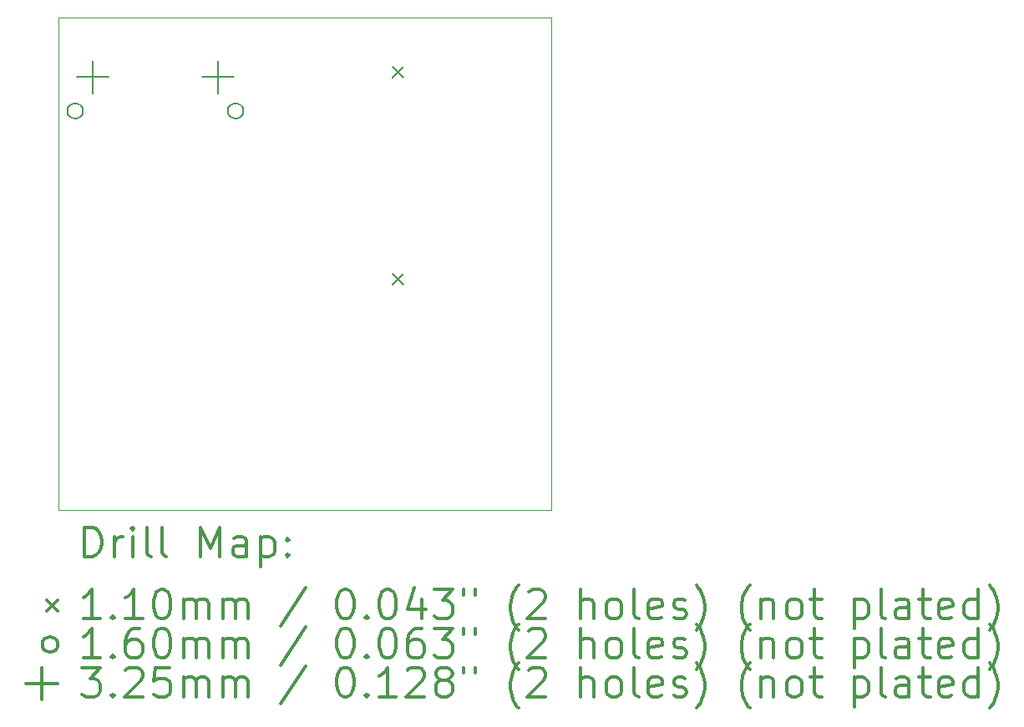
<source format=gbr>
%FSLAX45Y45*%
G04 Gerber Fmt 4.5, Leading zero omitted, Abs format (unit mm)*
G04 Created by KiCad (PCBNEW 4.0.2-stable) date 01/06/2016 17:54:03*
%MOMM*%
G01*
G04 APERTURE LIST*
%ADD10C,0.127000*%
%ADD11C,0.100000*%
%ADD12C,0.200000*%
%ADD13C,0.300000*%
G04 APERTURE END LIST*
D10*
D11*
X5000000Y-13500000D02*
X5000000Y-8500000D01*
X10000000Y-13500000D02*
X5000000Y-13500000D01*
X10000000Y-8500000D02*
X10000000Y-13500000D01*
X5000000Y-8500000D02*
X10000000Y-8500000D01*
D12*
X8390000Y-9000000D02*
X8500000Y-9110000D01*
X8500000Y-9000000D02*
X8390000Y-9110000D01*
X8390000Y-11100000D02*
X8500000Y-11210000D01*
X8500000Y-11100000D02*
X8390000Y-11210000D01*
X5250000Y-9449000D02*
G75*
G03X5250000Y-9449000I-80000J0D01*
G01*
X6876000Y-9449000D02*
G75*
G03X6876000Y-9449000I-80000J0D01*
G01*
X5348000Y-8943500D02*
X5348000Y-9268500D01*
X5185500Y-9106000D02*
X5510500Y-9106000D01*
X6618000Y-8943500D02*
X6618000Y-9268500D01*
X6455500Y-9106000D02*
X6780500Y-9106000D01*
D13*
X5266429Y-13970714D02*
X5266429Y-13670714D01*
X5337857Y-13670714D01*
X5380714Y-13685000D01*
X5409286Y-13713571D01*
X5423571Y-13742143D01*
X5437857Y-13799286D01*
X5437857Y-13842143D01*
X5423571Y-13899286D01*
X5409286Y-13927857D01*
X5380714Y-13956429D01*
X5337857Y-13970714D01*
X5266429Y-13970714D01*
X5566429Y-13970714D02*
X5566429Y-13770714D01*
X5566429Y-13827857D02*
X5580714Y-13799286D01*
X5595000Y-13785000D01*
X5623571Y-13770714D01*
X5652143Y-13770714D01*
X5752143Y-13970714D02*
X5752143Y-13770714D01*
X5752143Y-13670714D02*
X5737857Y-13685000D01*
X5752143Y-13699286D01*
X5766428Y-13685000D01*
X5752143Y-13670714D01*
X5752143Y-13699286D01*
X5937857Y-13970714D02*
X5909286Y-13956429D01*
X5895000Y-13927857D01*
X5895000Y-13670714D01*
X6095000Y-13970714D02*
X6066428Y-13956429D01*
X6052143Y-13927857D01*
X6052143Y-13670714D01*
X6437857Y-13970714D02*
X6437857Y-13670714D01*
X6537857Y-13885000D01*
X6637857Y-13670714D01*
X6637857Y-13970714D01*
X6909286Y-13970714D02*
X6909286Y-13813571D01*
X6895000Y-13785000D01*
X6866428Y-13770714D01*
X6809286Y-13770714D01*
X6780714Y-13785000D01*
X6909286Y-13956429D02*
X6880714Y-13970714D01*
X6809286Y-13970714D01*
X6780714Y-13956429D01*
X6766428Y-13927857D01*
X6766428Y-13899286D01*
X6780714Y-13870714D01*
X6809286Y-13856429D01*
X6880714Y-13856429D01*
X6909286Y-13842143D01*
X7052143Y-13770714D02*
X7052143Y-14070714D01*
X7052143Y-13785000D02*
X7080714Y-13770714D01*
X7137857Y-13770714D01*
X7166428Y-13785000D01*
X7180714Y-13799286D01*
X7195000Y-13827857D01*
X7195000Y-13913571D01*
X7180714Y-13942143D01*
X7166428Y-13956429D01*
X7137857Y-13970714D01*
X7080714Y-13970714D01*
X7052143Y-13956429D01*
X7323571Y-13942143D02*
X7337857Y-13956429D01*
X7323571Y-13970714D01*
X7309286Y-13956429D01*
X7323571Y-13942143D01*
X7323571Y-13970714D01*
X7323571Y-13785000D02*
X7337857Y-13799286D01*
X7323571Y-13813571D01*
X7309286Y-13799286D01*
X7323571Y-13785000D01*
X7323571Y-13813571D01*
X4885000Y-14410000D02*
X4995000Y-14520000D01*
X4995000Y-14410000D02*
X4885000Y-14520000D01*
X5423571Y-14600714D02*
X5252143Y-14600714D01*
X5337857Y-14600714D02*
X5337857Y-14300714D01*
X5309286Y-14343571D01*
X5280714Y-14372143D01*
X5252143Y-14386429D01*
X5552143Y-14572143D02*
X5566429Y-14586429D01*
X5552143Y-14600714D01*
X5537857Y-14586429D01*
X5552143Y-14572143D01*
X5552143Y-14600714D01*
X5852143Y-14600714D02*
X5680714Y-14600714D01*
X5766428Y-14600714D02*
X5766428Y-14300714D01*
X5737857Y-14343571D01*
X5709286Y-14372143D01*
X5680714Y-14386429D01*
X6037857Y-14300714D02*
X6066428Y-14300714D01*
X6095000Y-14315000D01*
X6109286Y-14329286D01*
X6123571Y-14357857D01*
X6137857Y-14415000D01*
X6137857Y-14486429D01*
X6123571Y-14543571D01*
X6109286Y-14572143D01*
X6095000Y-14586429D01*
X6066428Y-14600714D01*
X6037857Y-14600714D01*
X6009286Y-14586429D01*
X5995000Y-14572143D01*
X5980714Y-14543571D01*
X5966428Y-14486429D01*
X5966428Y-14415000D01*
X5980714Y-14357857D01*
X5995000Y-14329286D01*
X6009286Y-14315000D01*
X6037857Y-14300714D01*
X6266428Y-14600714D02*
X6266428Y-14400714D01*
X6266428Y-14429286D02*
X6280714Y-14415000D01*
X6309286Y-14400714D01*
X6352143Y-14400714D01*
X6380714Y-14415000D01*
X6395000Y-14443571D01*
X6395000Y-14600714D01*
X6395000Y-14443571D02*
X6409286Y-14415000D01*
X6437857Y-14400714D01*
X6480714Y-14400714D01*
X6509286Y-14415000D01*
X6523571Y-14443571D01*
X6523571Y-14600714D01*
X6666428Y-14600714D02*
X6666428Y-14400714D01*
X6666428Y-14429286D02*
X6680714Y-14415000D01*
X6709286Y-14400714D01*
X6752143Y-14400714D01*
X6780714Y-14415000D01*
X6795000Y-14443571D01*
X6795000Y-14600714D01*
X6795000Y-14443571D02*
X6809286Y-14415000D01*
X6837857Y-14400714D01*
X6880714Y-14400714D01*
X6909286Y-14415000D01*
X6923571Y-14443571D01*
X6923571Y-14600714D01*
X7509286Y-14286429D02*
X7252143Y-14672143D01*
X7895000Y-14300714D02*
X7923571Y-14300714D01*
X7952143Y-14315000D01*
X7966428Y-14329286D01*
X7980714Y-14357857D01*
X7995000Y-14415000D01*
X7995000Y-14486429D01*
X7980714Y-14543571D01*
X7966428Y-14572143D01*
X7952143Y-14586429D01*
X7923571Y-14600714D01*
X7895000Y-14600714D01*
X7866428Y-14586429D01*
X7852143Y-14572143D01*
X7837857Y-14543571D01*
X7823571Y-14486429D01*
X7823571Y-14415000D01*
X7837857Y-14357857D01*
X7852143Y-14329286D01*
X7866428Y-14315000D01*
X7895000Y-14300714D01*
X8123571Y-14572143D02*
X8137857Y-14586429D01*
X8123571Y-14600714D01*
X8109286Y-14586429D01*
X8123571Y-14572143D01*
X8123571Y-14600714D01*
X8323571Y-14300714D02*
X8352143Y-14300714D01*
X8380714Y-14315000D01*
X8395000Y-14329286D01*
X8409286Y-14357857D01*
X8423571Y-14415000D01*
X8423571Y-14486429D01*
X8409286Y-14543571D01*
X8395000Y-14572143D01*
X8380714Y-14586429D01*
X8352143Y-14600714D01*
X8323571Y-14600714D01*
X8295000Y-14586429D01*
X8280714Y-14572143D01*
X8266428Y-14543571D01*
X8252143Y-14486429D01*
X8252143Y-14415000D01*
X8266428Y-14357857D01*
X8280714Y-14329286D01*
X8295000Y-14315000D01*
X8323571Y-14300714D01*
X8680714Y-14400714D02*
X8680714Y-14600714D01*
X8609286Y-14286429D02*
X8537857Y-14500714D01*
X8723571Y-14500714D01*
X8809286Y-14300714D02*
X8995000Y-14300714D01*
X8895000Y-14415000D01*
X8937857Y-14415000D01*
X8966428Y-14429286D01*
X8980714Y-14443571D01*
X8995000Y-14472143D01*
X8995000Y-14543571D01*
X8980714Y-14572143D01*
X8966428Y-14586429D01*
X8937857Y-14600714D01*
X8852143Y-14600714D01*
X8823571Y-14586429D01*
X8809286Y-14572143D01*
X9109286Y-14300714D02*
X9109286Y-14357857D01*
X9223571Y-14300714D02*
X9223571Y-14357857D01*
X9666428Y-14715000D02*
X9652143Y-14700714D01*
X9623571Y-14657857D01*
X9609286Y-14629286D01*
X9595000Y-14586429D01*
X9580714Y-14515000D01*
X9580714Y-14457857D01*
X9595000Y-14386429D01*
X9609286Y-14343571D01*
X9623571Y-14315000D01*
X9652143Y-14272143D01*
X9666428Y-14257857D01*
X9766428Y-14329286D02*
X9780714Y-14315000D01*
X9809286Y-14300714D01*
X9880714Y-14300714D01*
X9909286Y-14315000D01*
X9923571Y-14329286D01*
X9937857Y-14357857D01*
X9937857Y-14386429D01*
X9923571Y-14429286D01*
X9752143Y-14600714D01*
X9937857Y-14600714D01*
X10295000Y-14600714D02*
X10295000Y-14300714D01*
X10423571Y-14600714D02*
X10423571Y-14443571D01*
X10409286Y-14415000D01*
X10380714Y-14400714D01*
X10337857Y-14400714D01*
X10309286Y-14415000D01*
X10295000Y-14429286D01*
X10609286Y-14600714D02*
X10580714Y-14586429D01*
X10566428Y-14572143D01*
X10552143Y-14543571D01*
X10552143Y-14457857D01*
X10566428Y-14429286D01*
X10580714Y-14415000D01*
X10609286Y-14400714D01*
X10652143Y-14400714D01*
X10680714Y-14415000D01*
X10695000Y-14429286D01*
X10709286Y-14457857D01*
X10709286Y-14543571D01*
X10695000Y-14572143D01*
X10680714Y-14586429D01*
X10652143Y-14600714D01*
X10609286Y-14600714D01*
X10880714Y-14600714D02*
X10852143Y-14586429D01*
X10837857Y-14557857D01*
X10837857Y-14300714D01*
X11109286Y-14586429D02*
X11080714Y-14600714D01*
X11023571Y-14600714D01*
X10995000Y-14586429D01*
X10980714Y-14557857D01*
X10980714Y-14443571D01*
X10995000Y-14415000D01*
X11023571Y-14400714D01*
X11080714Y-14400714D01*
X11109286Y-14415000D01*
X11123571Y-14443571D01*
X11123571Y-14472143D01*
X10980714Y-14500714D01*
X11237857Y-14586429D02*
X11266428Y-14600714D01*
X11323571Y-14600714D01*
X11352143Y-14586429D01*
X11366428Y-14557857D01*
X11366428Y-14543571D01*
X11352143Y-14515000D01*
X11323571Y-14500714D01*
X11280714Y-14500714D01*
X11252143Y-14486429D01*
X11237857Y-14457857D01*
X11237857Y-14443571D01*
X11252143Y-14415000D01*
X11280714Y-14400714D01*
X11323571Y-14400714D01*
X11352143Y-14415000D01*
X11466428Y-14715000D02*
X11480714Y-14700714D01*
X11509286Y-14657857D01*
X11523571Y-14629286D01*
X11537857Y-14586429D01*
X11552143Y-14515000D01*
X11552143Y-14457857D01*
X11537857Y-14386429D01*
X11523571Y-14343571D01*
X11509286Y-14315000D01*
X11480714Y-14272143D01*
X11466428Y-14257857D01*
X12009286Y-14715000D02*
X11995000Y-14700714D01*
X11966428Y-14657857D01*
X11952143Y-14629286D01*
X11937857Y-14586429D01*
X11923571Y-14515000D01*
X11923571Y-14457857D01*
X11937857Y-14386429D01*
X11952143Y-14343571D01*
X11966428Y-14315000D01*
X11995000Y-14272143D01*
X12009286Y-14257857D01*
X12123571Y-14400714D02*
X12123571Y-14600714D01*
X12123571Y-14429286D02*
X12137857Y-14415000D01*
X12166428Y-14400714D01*
X12209286Y-14400714D01*
X12237857Y-14415000D01*
X12252143Y-14443571D01*
X12252143Y-14600714D01*
X12437857Y-14600714D02*
X12409286Y-14586429D01*
X12395000Y-14572143D01*
X12380714Y-14543571D01*
X12380714Y-14457857D01*
X12395000Y-14429286D01*
X12409286Y-14415000D01*
X12437857Y-14400714D01*
X12480714Y-14400714D01*
X12509286Y-14415000D01*
X12523571Y-14429286D01*
X12537857Y-14457857D01*
X12537857Y-14543571D01*
X12523571Y-14572143D01*
X12509286Y-14586429D01*
X12480714Y-14600714D01*
X12437857Y-14600714D01*
X12623571Y-14400714D02*
X12737857Y-14400714D01*
X12666428Y-14300714D02*
X12666428Y-14557857D01*
X12680714Y-14586429D01*
X12709286Y-14600714D01*
X12737857Y-14600714D01*
X13066428Y-14400714D02*
X13066428Y-14700714D01*
X13066428Y-14415000D02*
X13095000Y-14400714D01*
X13152143Y-14400714D01*
X13180714Y-14415000D01*
X13195000Y-14429286D01*
X13209286Y-14457857D01*
X13209286Y-14543571D01*
X13195000Y-14572143D01*
X13180714Y-14586429D01*
X13152143Y-14600714D01*
X13095000Y-14600714D01*
X13066428Y-14586429D01*
X13380714Y-14600714D02*
X13352143Y-14586429D01*
X13337857Y-14557857D01*
X13337857Y-14300714D01*
X13623571Y-14600714D02*
X13623571Y-14443571D01*
X13609286Y-14415000D01*
X13580714Y-14400714D01*
X13523571Y-14400714D01*
X13495000Y-14415000D01*
X13623571Y-14586429D02*
X13595000Y-14600714D01*
X13523571Y-14600714D01*
X13495000Y-14586429D01*
X13480714Y-14557857D01*
X13480714Y-14529286D01*
X13495000Y-14500714D01*
X13523571Y-14486429D01*
X13595000Y-14486429D01*
X13623571Y-14472143D01*
X13723571Y-14400714D02*
X13837857Y-14400714D01*
X13766429Y-14300714D02*
X13766429Y-14557857D01*
X13780714Y-14586429D01*
X13809286Y-14600714D01*
X13837857Y-14600714D01*
X14052143Y-14586429D02*
X14023571Y-14600714D01*
X13966429Y-14600714D01*
X13937857Y-14586429D01*
X13923571Y-14557857D01*
X13923571Y-14443571D01*
X13937857Y-14415000D01*
X13966429Y-14400714D01*
X14023571Y-14400714D01*
X14052143Y-14415000D01*
X14066429Y-14443571D01*
X14066429Y-14472143D01*
X13923571Y-14500714D01*
X14323571Y-14600714D02*
X14323571Y-14300714D01*
X14323571Y-14586429D02*
X14295000Y-14600714D01*
X14237857Y-14600714D01*
X14209286Y-14586429D01*
X14195000Y-14572143D01*
X14180714Y-14543571D01*
X14180714Y-14457857D01*
X14195000Y-14429286D01*
X14209286Y-14415000D01*
X14237857Y-14400714D01*
X14295000Y-14400714D01*
X14323571Y-14415000D01*
X14437857Y-14715000D02*
X14452143Y-14700714D01*
X14480714Y-14657857D01*
X14495000Y-14629286D01*
X14509286Y-14586429D01*
X14523571Y-14515000D01*
X14523571Y-14457857D01*
X14509286Y-14386429D01*
X14495000Y-14343571D01*
X14480714Y-14315000D01*
X14452143Y-14272143D01*
X14437857Y-14257857D01*
X4995000Y-14861000D02*
G75*
G03X4995000Y-14861000I-80000J0D01*
G01*
X5423571Y-14996714D02*
X5252143Y-14996714D01*
X5337857Y-14996714D02*
X5337857Y-14696714D01*
X5309286Y-14739571D01*
X5280714Y-14768143D01*
X5252143Y-14782429D01*
X5552143Y-14968143D02*
X5566429Y-14982429D01*
X5552143Y-14996714D01*
X5537857Y-14982429D01*
X5552143Y-14968143D01*
X5552143Y-14996714D01*
X5823571Y-14696714D02*
X5766428Y-14696714D01*
X5737857Y-14711000D01*
X5723571Y-14725286D01*
X5695000Y-14768143D01*
X5680714Y-14825286D01*
X5680714Y-14939571D01*
X5695000Y-14968143D01*
X5709286Y-14982429D01*
X5737857Y-14996714D01*
X5795000Y-14996714D01*
X5823571Y-14982429D01*
X5837857Y-14968143D01*
X5852143Y-14939571D01*
X5852143Y-14868143D01*
X5837857Y-14839571D01*
X5823571Y-14825286D01*
X5795000Y-14811000D01*
X5737857Y-14811000D01*
X5709286Y-14825286D01*
X5695000Y-14839571D01*
X5680714Y-14868143D01*
X6037857Y-14696714D02*
X6066428Y-14696714D01*
X6095000Y-14711000D01*
X6109286Y-14725286D01*
X6123571Y-14753857D01*
X6137857Y-14811000D01*
X6137857Y-14882429D01*
X6123571Y-14939571D01*
X6109286Y-14968143D01*
X6095000Y-14982429D01*
X6066428Y-14996714D01*
X6037857Y-14996714D01*
X6009286Y-14982429D01*
X5995000Y-14968143D01*
X5980714Y-14939571D01*
X5966428Y-14882429D01*
X5966428Y-14811000D01*
X5980714Y-14753857D01*
X5995000Y-14725286D01*
X6009286Y-14711000D01*
X6037857Y-14696714D01*
X6266428Y-14996714D02*
X6266428Y-14796714D01*
X6266428Y-14825286D02*
X6280714Y-14811000D01*
X6309286Y-14796714D01*
X6352143Y-14796714D01*
X6380714Y-14811000D01*
X6395000Y-14839571D01*
X6395000Y-14996714D01*
X6395000Y-14839571D02*
X6409286Y-14811000D01*
X6437857Y-14796714D01*
X6480714Y-14796714D01*
X6509286Y-14811000D01*
X6523571Y-14839571D01*
X6523571Y-14996714D01*
X6666428Y-14996714D02*
X6666428Y-14796714D01*
X6666428Y-14825286D02*
X6680714Y-14811000D01*
X6709286Y-14796714D01*
X6752143Y-14796714D01*
X6780714Y-14811000D01*
X6795000Y-14839571D01*
X6795000Y-14996714D01*
X6795000Y-14839571D02*
X6809286Y-14811000D01*
X6837857Y-14796714D01*
X6880714Y-14796714D01*
X6909286Y-14811000D01*
X6923571Y-14839571D01*
X6923571Y-14996714D01*
X7509286Y-14682429D02*
X7252143Y-15068143D01*
X7895000Y-14696714D02*
X7923571Y-14696714D01*
X7952143Y-14711000D01*
X7966428Y-14725286D01*
X7980714Y-14753857D01*
X7995000Y-14811000D01*
X7995000Y-14882429D01*
X7980714Y-14939571D01*
X7966428Y-14968143D01*
X7952143Y-14982429D01*
X7923571Y-14996714D01*
X7895000Y-14996714D01*
X7866428Y-14982429D01*
X7852143Y-14968143D01*
X7837857Y-14939571D01*
X7823571Y-14882429D01*
X7823571Y-14811000D01*
X7837857Y-14753857D01*
X7852143Y-14725286D01*
X7866428Y-14711000D01*
X7895000Y-14696714D01*
X8123571Y-14968143D02*
X8137857Y-14982429D01*
X8123571Y-14996714D01*
X8109286Y-14982429D01*
X8123571Y-14968143D01*
X8123571Y-14996714D01*
X8323571Y-14696714D02*
X8352143Y-14696714D01*
X8380714Y-14711000D01*
X8395000Y-14725286D01*
X8409286Y-14753857D01*
X8423571Y-14811000D01*
X8423571Y-14882429D01*
X8409286Y-14939571D01*
X8395000Y-14968143D01*
X8380714Y-14982429D01*
X8352143Y-14996714D01*
X8323571Y-14996714D01*
X8295000Y-14982429D01*
X8280714Y-14968143D01*
X8266428Y-14939571D01*
X8252143Y-14882429D01*
X8252143Y-14811000D01*
X8266428Y-14753857D01*
X8280714Y-14725286D01*
X8295000Y-14711000D01*
X8323571Y-14696714D01*
X8680714Y-14696714D02*
X8623571Y-14696714D01*
X8595000Y-14711000D01*
X8580714Y-14725286D01*
X8552143Y-14768143D01*
X8537857Y-14825286D01*
X8537857Y-14939571D01*
X8552143Y-14968143D01*
X8566428Y-14982429D01*
X8595000Y-14996714D01*
X8652143Y-14996714D01*
X8680714Y-14982429D01*
X8695000Y-14968143D01*
X8709286Y-14939571D01*
X8709286Y-14868143D01*
X8695000Y-14839571D01*
X8680714Y-14825286D01*
X8652143Y-14811000D01*
X8595000Y-14811000D01*
X8566428Y-14825286D01*
X8552143Y-14839571D01*
X8537857Y-14868143D01*
X8809286Y-14696714D02*
X8995000Y-14696714D01*
X8895000Y-14811000D01*
X8937857Y-14811000D01*
X8966428Y-14825286D01*
X8980714Y-14839571D01*
X8995000Y-14868143D01*
X8995000Y-14939571D01*
X8980714Y-14968143D01*
X8966428Y-14982429D01*
X8937857Y-14996714D01*
X8852143Y-14996714D01*
X8823571Y-14982429D01*
X8809286Y-14968143D01*
X9109286Y-14696714D02*
X9109286Y-14753857D01*
X9223571Y-14696714D02*
X9223571Y-14753857D01*
X9666428Y-15111000D02*
X9652143Y-15096714D01*
X9623571Y-15053857D01*
X9609286Y-15025286D01*
X9595000Y-14982429D01*
X9580714Y-14911000D01*
X9580714Y-14853857D01*
X9595000Y-14782429D01*
X9609286Y-14739571D01*
X9623571Y-14711000D01*
X9652143Y-14668143D01*
X9666428Y-14653857D01*
X9766428Y-14725286D02*
X9780714Y-14711000D01*
X9809286Y-14696714D01*
X9880714Y-14696714D01*
X9909286Y-14711000D01*
X9923571Y-14725286D01*
X9937857Y-14753857D01*
X9937857Y-14782429D01*
X9923571Y-14825286D01*
X9752143Y-14996714D01*
X9937857Y-14996714D01*
X10295000Y-14996714D02*
X10295000Y-14696714D01*
X10423571Y-14996714D02*
X10423571Y-14839571D01*
X10409286Y-14811000D01*
X10380714Y-14796714D01*
X10337857Y-14796714D01*
X10309286Y-14811000D01*
X10295000Y-14825286D01*
X10609286Y-14996714D02*
X10580714Y-14982429D01*
X10566428Y-14968143D01*
X10552143Y-14939571D01*
X10552143Y-14853857D01*
X10566428Y-14825286D01*
X10580714Y-14811000D01*
X10609286Y-14796714D01*
X10652143Y-14796714D01*
X10680714Y-14811000D01*
X10695000Y-14825286D01*
X10709286Y-14853857D01*
X10709286Y-14939571D01*
X10695000Y-14968143D01*
X10680714Y-14982429D01*
X10652143Y-14996714D01*
X10609286Y-14996714D01*
X10880714Y-14996714D02*
X10852143Y-14982429D01*
X10837857Y-14953857D01*
X10837857Y-14696714D01*
X11109286Y-14982429D02*
X11080714Y-14996714D01*
X11023571Y-14996714D01*
X10995000Y-14982429D01*
X10980714Y-14953857D01*
X10980714Y-14839571D01*
X10995000Y-14811000D01*
X11023571Y-14796714D01*
X11080714Y-14796714D01*
X11109286Y-14811000D01*
X11123571Y-14839571D01*
X11123571Y-14868143D01*
X10980714Y-14896714D01*
X11237857Y-14982429D02*
X11266428Y-14996714D01*
X11323571Y-14996714D01*
X11352143Y-14982429D01*
X11366428Y-14953857D01*
X11366428Y-14939571D01*
X11352143Y-14911000D01*
X11323571Y-14896714D01*
X11280714Y-14896714D01*
X11252143Y-14882429D01*
X11237857Y-14853857D01*
X11237857Y-14839571D01*
X11252143Y-14811000D01*
X11280714Y-14796714D01*
X11323571Y-14796714D01*
X11352143Y-14811000D01*
X11466428Y-15111000D02*
X11480714Y-15096714D01*
X11509286Y-15053857D01*
X11523571Y-15025286D01*
X11537857Y-14982429D01*
X11552143Y-14911000D01*
X11552143Y-14853857D01*
X11537857Y-14782429D01*
X11523571Y-14739571D01*
X11509286Y-14711000D01*
X11480714Y-14668143D01*
X11466428Y-14653857D01*
X12009286Y-15111000D02*
X11995000Y-15096714D01*
X11966428Y-15053857D01*
X11952143Y-15025286D01*
X11937857Y-14982429D01*
X11923571Y-14911000D01*
X11923571Y-14853857D01*
X11937857Y-14782429D01*
X11952143Y-14739571D01*
X11966428Y-14711000D01*
X11995000Y-14668143D01*
X12009286Y-14653857D01*
X12123571Y-14796714D02*
X12123571Y-14996714D01*
X12123571Y-14825286D02*
X12137857Y-14811000D01*
X12166428Y-14796714D01*
X12209286Y-14796714D01*
X12237857Y-14811000D01*
X12252143Y-14839571D01*
X12252143Y-14996714D01*
X12437857Y-14996714D02*
X12409286Y-14982429D01*
X12395000Y-14968143D01*
X12380714Y-14939571D01*
X12380714Y-14853857D01*
X12395000Y-14825286D01*
X12409286Y-14811000D01*
X12437857Y-14796714D01*
X12480714Y-14796714D01*
X12509286Y-14811000D01*
X12523571Y-14825286D01*
X12537857Y-14853857D01*
X12537857Y-14939571D01*
X12523571Y-14968143D01*
X12509286Y-14982429D01*
X12480714Y-14996714D01*
X12437857Y-14996714D01*
X12623571Y-14796714D02*
X12737857Y-14796714D01*
X12666428Y-14696714D02*
X12666428Y-14953857D01*
X12680714Y-14982429D01*
X12709286Y-14996714D01*
X12737857Y-14996714D01*
X13066428Y-14796714D02*
X13066428Y-15096714D01*
X13066428Y-14811000D02*
X13095000Y-14796714D01*
X13152143Y-14796714D01*
X13180714Y-14811000D01*
X13195000Y-14825286D01*
X13209286Y-14853857D01*
X13209286Y-14939571D01*
X13195000Y-14968143D01*
X13180714Y-14982429D01*
X13152143Y-14996714D01*
X13095000Y-14996714D01*
X13066428Y-14982429D01*
X13380714Y-14996714D02*
X13352143Y-14982429D01*
X13337857Y-14953857D01*
X13337857Y-14696714D01*
X13623571Y-14996714D02*
X13623571Y-14839571D01*
X13609286Y-14811000D01*
X13580714Y-14796714D01*
X13523571Y-14796714D01*
X13495000Y-14811000D01*
X13623571Y-14982429D02*
X13595000Y-14996714D01*
X13523571Y-14996714D01*
X13495000Y-14982429D01*
X13480714Y-14953857D01*
X13480714Y-14925286D01*
X13495000Y-14896714D01*
X13523571Y-14882429D01*
X13595000Y-14882429D01*
X13623571Y-14868143D01*
X13723571Y-14796714D02*
X13837857Y-14796714D01*
X13766429Y-14696714D02*
X13766429Y-14953857D01*
X13780714Y-14982429D01*
X13809286Y-14996714D01*
X13837857Y-14996714D01*
X14052143Y-14982429D02*
X14023571Y-14996714D01*
X13966429Y-14996714D01*
X13937857Y-14982429D01*
X13923571Y-14953857D01*
X13923571Y-14839571D01*
X13937857Y-14811000D01*
X13966429Y-14796714D01*
X14023571Y-14796714D01*
X14052143Y-14811000D01*
X14066429Y-14839571D01*
X14066429Y-14868143D01*
X13923571Y-14896714D01*
X14323571Y-14996714D02*
X14323571Y-14696714D01*
X14323571Y-14982429D02*
X14295000Y-14996714D01*
X14237857Y-14996714D01*
X14209286Y-14982429D01*
X14195000Y-14968143D01*
X14180714Y-14939571D01*
X14180714Y-14853857D01*
X14195000Y-14825286D01*
X14209286Y-14811000D01*
X14237857Y-14796714D01*
X14295000Y-14796714D01*
X14323571Y-14811000D01*
X14437857Y-15111000D02*
X14452143Y-15096714D01*
X14480714Y-15053857D01*
X14495000Y-15025286D01*
X14509286Y-14982429D01*
X14523571Y-14911000D01*
X14523571Y-14853857D01*
X14509286Y-14782429D01*
X14495000Y-14739571D01*
X14480714Y-14711000D01*
X14452143Y-14668143D01*
X14437857Y-14653857D01*
X4832500Y-15094500D02*
X4832500Y-15419500D01*
X4670000Y-15257000D02*
X4995000Y-15257000D01*
X5237857Y-15092714D02*
X5423571Y-15092714D01*
X5323571Y-15207000D01*
X5366429Y-15207000D01*
X5395000Y-15221286D01*
X5409286Y-15235571D01*
X5423571Y-15264143D01*
X5423571Y-15335571D01*
X5409286Y-15364143D01*
X5395000Y-15378429D01*
X5366429Y-15392714D01*
X5280714Y-15392714D01*
X5252143Y-15378429D01*
X5237857Y-15364143D01*
X5552143Y-15364143D02*
X5566429Y-15378429D01*
X5552143Y-15392714D01*
X5537857Y-15378429D01*
X5552143Y-15364143D01*
X5552143Y-15392714D01*
X5680714Y-15121286D02*
X5695000Y-15107000D01*
X5723571Y-15092714D01*
X5795000Y-15092714D01*
X5823571Y-15107000D01*
X5837857Y-15121286D01*
X5852143Y-15149857D01*
X5852143Y-15178429D01*
X5837857Y-15221286D01*
X5666428Y-15392714D01*
X5852143Y-15392714D01*
X6123571Y-15092714D02*
X5980714Y-15092714D01*
X5966428Y-15235571D01*
X5980714Y-15221286D01*
X6009286Y-15207000D01*
X6080714Y-15207000D01*
X6109286Y-15221286D01*
X6123571Y-15235571D01*
X6137857Y-15264143D01*
X6137857Y-15335571D01*
X6123571Y-15364143D01*
X6109286Y-15378429D01*
X6080714Y-15392714D01*
X6009286Y-15392714D01*
X5980714Y-15378429D01*
X5966428Y-15364143D01*
X6266428Y-15392714D02*
X6266428Y-15192714D01*
X6266428Y-15221286D02*
X6280714Y-15207000D01*
X6309286Y-15192714D01*
X6352143Y-15192714D01*
X6380714Y-15207000D01*
X6395000Y-15235571D01*
X6395000Y-15392714D01*
X6395000Y-15235571D02*
X6409286Y-15207000D01*
X6437857Y-15192714D01*
X6480714Y-15192714D01*
X6509286Y-15207000D01*
X6523571Y-15235571D01*
X6523571Y-15392714D01*
X6666428Y-15392714D02*
X6666428Y-15192714D01*
X6666428Y-15221286D02*
X6680714Y-15207000D01*
X6709286Y-15192714D01*
X6752143Y-15192714D01*
X6780714Y-15207000D01*
X6795000Y-15235571D01*
X6795000Y-15392714D01*
X6795000Y-15235571D02*
X6809286Y-15207000D01*
X6837857Y-15192714D01*
X6880714Y-15192714D01*
X6909286Y-15207000D01*
X6923571Y-15235571D01*
X6923571Y-15392714D01*
X7509286Y-15078429D02*
X7252143Y-15464143D01*
X7895000Y-15092714D02*
X7923571Y-15092714D01*
X7952143Y-15107000D01*
X7966428Y-15121286D01*
X7980714Y-15149857D01*
X7995000Y-15207000D01*
X7995000Y-15278429D01*
X7980714Y-15335571D01*
X7966428Y-15364143D01*
X7952143Y-15378429D01*
X7923571Y-15392714D01*
X7895000Y-15392714D01*
X7866428Y-15378429D01*
X7852143Y-15364143D01*
X7837857Y-15335571D01*
X7823571Y-15278429D01*
X7823571Y-15207000D01*
X7837857Y-15149857D01*
X7852143Y-15121286D01*
X7866428Y-15107000D01*
X7895000Y-15092714D01*
X8123571Y-15364143D02*
X8137857Y-15378429D01*
X8123571Y-15392714D01*
X8109286Y-15378429D01*
X8123571Y-15364143D01*
X8123571Y-15392714D01*
X8423571Y-15392714D02*
X8252143Y-15392714D01*
X8337857Y-15392714D02*
X8337857Y-15092714D01*
X8309285Y-15135571D01*
X8280714Y-15164143D01*
X8252143Y-15178429D01*
X8537857Y-15121286D02*
X8552143Y-15107000D01*
X8580714Y-15092714D01*
X8652143Y-15092714D01*
X8680714Y-15107000D01*
X8695000Y-15121286D01*
X8709286Y-15149857D01*
X8709286Y-15178429D01*
X8695000Y-15221286D01*
X8523571Y-15392714D01*
X8709286Y-15392714D01*
X8880714Y-15221286D02*
X8852143Y-15207000D01*
X8837857Y-15192714D01*
X8823571Y-15164143D01*
X8823571Y-15149857D01*
X8837857Y-15121286D01*
X8852143Y-15107000D01*
X8880714Y-15092714D01*
X8937857Y-15092714D01*
X8966428Y-15107000D01*
X8980714Y-15121286D01*
X8995000Y-15149857D01*
X8995000Y-15164143D01*
X8980714Y-15192714D01*
X8966428Y-15207000D01*
X8937857Y-15221286D01*
X8880714Y-15221286D01*
X8852143Y-15235571D01*
X8837857Y-15249857D01*
X8823571Y-15278429D01*
X8823571Y-15335571D01*
X8837857Y-15364143D01*
X8852143Y-15378429D01*
X8880714Y-15392714D01*
X8937857Y-15392714D01*
X8966428Y-15378429D01*
X8980714Y-15364143D01*
X8995000Y-15335571D01*
X8995000Y-15278429D01*
X8980714Y-15249857D01*
X8966428Y-15235571D01*
X8937857Y-15221286D01*
X9109286Y-15092714D02*
X9109286Y-15149857D01*
X9223571Y-15092714D02*
X9223571Y-15149857D01*
X9666428Y-15507000D02*
X9652143Y-15492714D01*
X9623571Y-15449857D01*
X9609286Y-15421286D01*
X9595000Y-15378429D01*
X9580714Y-15307000D01*
X9580714Y-15249857D01*
X9595000Y-15178429D01*
X9609286Y-15135571D01*
X9623571Y-15107000D01*
X9652143Y-15064143D01*
X9666428Y-15049857D01*
X9766428Y-15121286D02*
X9780714Y-15107000D01*
X9809286Y-15092714D01*
X9880714Y-15092714D01*
X9909286Y-15107000D01*
X9923571Y-15121286D01*
X9937857Y-15149857D01*
X9937857Y-15178429D01*
X9923571Y-15221286D01*
X9752143Y-15392714D01*
X9937857Y-15392714D01*
X10295000Y-15392714D02*
X10295000Y-15092714D01*
X10423571Y-15392714D02*
X10423571Y-15235571D01*
X10409286Y-15207000D01*
X10380714Y-15192714D01*
X10337857Y-15192714D01*
X10309286Y-15207000D01*
X10295000Y-15221286D01*
X10609286Y-15392714D02*
X10580714Y-15378429D01*
X10566428Y-15364143D01*
X10552143Y-15335571D01*
X10552143Y-15249857D01*
X10566428Y-15221286D01*
X10580714Y-15207000D01*
X10609286Y-15192714D01*
X10652143Y-15192714D01*
X10680714Y-15207000D01*
X10695000Y-15221286D01*
X10709286Y-15249857D01*
X10709286Y-15335571D01*
X10695000Y-15364143D01*
X10680714Y-15378429D01*
X10652143Y-15392714D01*
X10609286Y-15392714D01*
X10880714Y-15392714D02*
X10852143Y-15378429D01*
X10837857Y-15349857D01*
X10837857Y-15092714D01*
X11109286Y-15378429D02*
X11080714Y-15392714D01*
X11023571Y-15392714D01*
X10995000Y-15378429D01*
X10980714Y-15349857D01*
X10980714Y-15235571D01*
X10995000Y-15207000D01*
X11023571Y-15192714D01*
X11080714Y-15192714D01*
X11109286Y-15207000D01*
X11123571Y-15235571D01*
X11123571Y-15264143D01*
X10980714Y-15292714D01*
X11237857Y-15378429D02*
X11266428Y-15392714D01*
X11323571Y-15392714D01*
X11352143Y-15378429D01*
X11366428Y-15349857D01*
X11366428Y-15335571D01*
X11352143Y-15307000D01*
X11323571Y-15292714D01*
X11280714Y-15292714D01*
X11252143Y-15278429D01*
X11237857Y-15249857D01*
X11237857Y-15235571D01*
X11252143Y-15207000D01*
X11280714Y-15192714D01*
X11323571Y-15192714D01*
X11352143Y-15207000D01*
X11466428Y-15507000D02*
X11480714Y-15492714D01*
X11509286Y-15449857D01*
X11523571Y-15421286D01*
X11537857Y-15378429D01*
X11552143Y-15307000D01*
X11552143Y-15249857D01*
X11537857Y-15178429D01*
X11523571Y-15135571D01*
X11509286Y-15107000D01*
X11480714Y-15064143D01*
X11466428Y-15049857D01*
X12009286Y-15507000D02*
X11995000Y-15492714D01*
X11966428Y-15449857D01*
X11952143Y-15421286D01*
X11937857Y-15378429D01*
X11923571Y-15307000D01*
X11923571Y-15249857D01*
X11937857Y-15178429D01*
X11952143Y-15135571D01*
X11966428Y-15107000D01*
X11995000Y-15064143D01*
X12009286Y-15049857D01*
X12123571Y-15192714D02*
X12123571Y-15392714D01*
X12123571Y-15221286D02*
X12137857Y-15207000D01*
X12166428Y-15192714D01*
X12209286Y-15192714D01*
X12237857Y-15207000D01*
X12252143Y-15235571D01*
X12252143Y-15392714D01*
X12437857Y-15392714D02*
X12409286Y-15378429D01*
X12395000Y-15364143D01*
X12380714Y-15335571D01*
X12380714Y-15249857D01*
X12395000Y-15221286D01*
X12409286Y-15207000D01*
X12437857Y-15192714D01*
X12480714Y-15192714D01*
X12509286Y-15207000D01*
X12523571Y-15221286D01*
X12537857Y-15249857D01*
X12537857Y-15335571D01*
X12523571Y-15364143D01*
X12509286Y-15378429D01*
X12480714Y-15392714D01*
X12437857Y-15392714D01*
X12623571Y-15192714D02*
X12737857Y-15192714D01*
X12666428Y-15092714D02*
X12666428Y-15349857D01*
X12680714Y-15378429D01*
X12709286Y-15392714D01*
X12737857Y-15392714D01*
X13066428Y-15192714D02*
X13066428Y-15492714D01*
X13066428Y-15207000D02*
X13095000Y-15192714D01*
X13152143Y-15192714D01*
X13180714Y-15207000D01*
X13195000Y-15221286D01*
X13209286Y-15249857D01*
X13209286Y-15335571D01*
X13195000Y-15364143D01*
X13180714Y-15378429D01*
X13152143Y-15392714D01*
X13095000Y-15392714D01*
X13066428Y-15378429D01*
X13380714Y-15392714D02*
X13352143Y-15378429D01*
X13337857Y-15349857D01*
X13337857Y-15092714D01*
X13623571Y-15392714D02*
X13623571Y-15235571D01*
X13609286Y-15207000D01*
X13580714Y-15192714D01*
X13523571Y-15192714D01*
X13495000Y-15207000D01*
X13623571Y-15378429D02*
X13595000Y-15392714D01*
X13523571Y-15392714D01*
X13495000Y-15378429D01*
X13480714Y-15349857D01*
X13480714Y-15321286D01*
X13495000Y-15292714D01*
X13523571Y-15278429D01*
X13595000Y-15278429D01*
X13623571Y-15264143D01*
X13723571Y-15192714D02*
X13837857Y-15192714D01*
X13766429Y-15092714D02*
X13766429Y-15349857D01*
X13780714Y-15378429D01*
X13809286Y-15392714D01*
X13837857Y-15392714D01*
X14052143Y-15378429D02*
X14023571Y-15392714D01*
X13966429Y-15392714D01*
X13937857Y-15378429D01*
X13923571Y-15349857D01*
X13923571Y-15235571D01*
X13937857Y-15207000D01*
X13966429Y-15192714D01*
X14023571Y-15192714D01*
X14052143Y-15207000D01*
X14066429Y-15235571D01*
X14066429Y-15264143D01*
X13923571Y-15292714D01*
X14323571Y-15392714D02*
X14323571Y-15092714D01*
X14323571Y-15378429D02*
X14295000Y-15392714D01*
X14237857Y-15392714D01*
X14209286Y-15378429D01*
X14195000Y-15364143D01*
X14180714Y-15335571D01*
X14180714Y-15249857D01*
X14195000Y-15221286D01*
X14209286Y-15207000D01*
X14237857Y-15192714D01*
X14295000Y-15192714D01*
X14323571Y-15207000D01*
X14437857Y-15507000D02*
X14452143Y-15492714D01*
X14480714Y-15449857D01*
X14495000Y-15421286D01*
X14509286Y-15378429D01*
X14523571Y-15307000D01*
X14523571Y-15249857D01*
X14509286Y-15178429D01*
X14495000Y-15135571D01*
X14480714Y-15107000D01*
X14452143Y-15064143D01*
X14437857Y-15049857D01*
M02*

</source>
